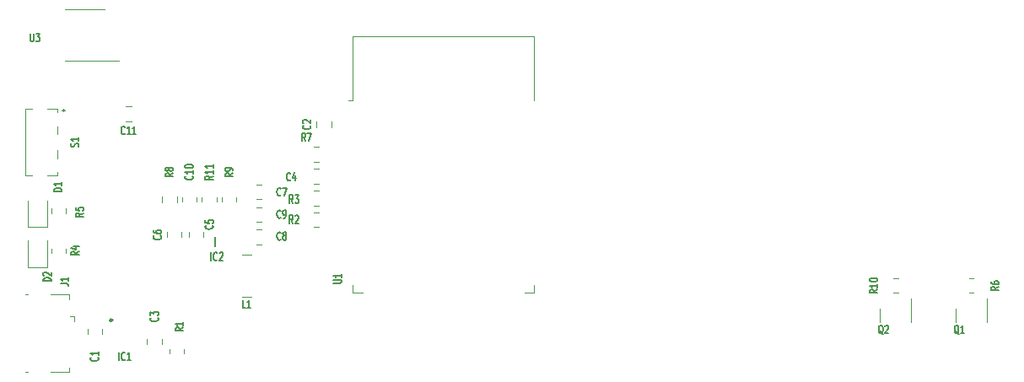
<source format=gbr>
%TF.GenerationSoftware,KiCad,Pcbnew,7.0.2*%
%TF.CreationDate,2023-05-29T21:50:56+03:00*%
%TF.ProjectId,greenhouse-doc,67726565-6e68-46f7-9573-652d646f632e,rev?*%
%TF.SameCoordinates,Original*%
%TF.FileFunction,Legend,Top*%
%TF.FilePolarity,Positive*%
%FSLAX46Y46*%
G04 Gerber Fmt 4.6, Leading zero omitted, Abs format (unit mm)*
G04 Created by KiCad (PCBNEW 7.0.2) date 2023-05-29 21:50:56*
%MOMM*%
%LPD*%
G01*
G04 APERTURE LIST*
%ADD10C,0.150000*%
%ADD11C,0.120000*%
%ADD12C,0.100000*%
%ADD13C,0.200000*%
%ADD14C,0.250000*%
G04 APERTURE END LIST*
D10*
%TO.C,R6*%
X166770095Y-107499999D02*
X166389142Y-107699999D01*
X166770095Y-107842856D02*
X165970095Y-107842856D01*
X165970095Y-107842856D02*
X165970095Y-107614285D01*
X165970095Y-107614285D02*
X166008190Y-107557142D01*
X166008190Y-107557142D02*
X166046285Y-107528571D01*
X166046285Y-107528571D02*
X166122476Y-107499999D01*
X166122476Y-107499999D02*
X166236761Y-107499999D01*
X166236761Y-107499999D02*
X166312952Y-107528571D01*
X166312952Y-107528571D02*
X166351047Y-107557142D01*
X166351047Y-107557142D02*
X166389142Y-107614285D01*
X166389142Y-107614285D02*
X166389142Y-107842856D01*
X165970095Y-106985714D02*
X165970095Y-107099999D01*
X165970095Y-107099999D02*
X166008190Y-107157142D01*
X166008190Y-107157142D02*
X166046285Y-107185714D01*
X166046285Y-107185714D02*
X166160571Y-107242856D01*
X166160571Y-107242856D02*
X166312952Y-107271428D01*
X166312952Y-107271428D02*
X166617714Y-107271428D01*
X166617714Y-107271428D02*
X166693904Y-107242856D01*
X166693904Y-107242856D02*
X166732000Y-107214285D01*
X166732000Y-107214285D02*
X166770095Y-107157142D01*
X166770095Y-107157142D02*
X166770095Y-107042856D01*
X166770095Y-107042856D02*
X166732000Y-106985714D01*
X166732000Y-106985714D02*
X166693904Y-106957142D01*
X166693904Y-106957142D02*
X166617714Y-106928571D01*
X166617714Y-106928571D02*
X166427238Y-106928571D01*
X166427238Y-106928571D02*
X166351047Y-106957142D01*
X166351047Y-106957142D02*
X166312952Y-106985714D01*
X166312952Y-106985714D02*
X166274857Y-107042856D01*
X166274857Y-107042856D02*
X166274857Y-107157142D01*
X166274857Y-107157142D02*
X166312952Y-107214285D01*
X166312952Y-107214285D02*
X166351047Y-107242856D01*
X166351047Y-107242856D02*
X166427238Y-107271428D01*
%TO.C,C3*%
X82293904Y-110599999D02*
X82332000Y-110628571D01*
X82332000Y-110628571D02*
X82370095Y-110714285D01*
X82370095Y-110714285D02*
X82370095Y-110771428D01*
X82370095Y-110771428D02*
X82332000Y-110857142D01*
X82332000Y-110857142D02*
X82255809Y-110914285D01*
X82255809Y-110914285D02*
X82179619Y-110942856D01*
X82179619Y-110942856D02*
X82027238Y-110971428D01*
X82027238Y-110971428D02*
X81912952Y-110971428D01*
X81912952Y-110971428D02*
X81760571Y-110942856D01*
X81760571Y-110942856D02*
X81684380Y-110914285D01*
X81684380Y-110914285D02*
X81608190Y-110857142D01*
X81608190Y-110857142D02*
X81570095Y-110771428D01*
X81570095Y-110771428D02*
X81570095Y-110714285D01*
X81570095Y-110714285D02*
X81608190Y-110628571D01*
X81608190Y-110628571D02*
X81646285Y-110599999D01*
X81570095Y-110399999D02*
X81570095Y-110028571D01*
X81570095Y-110028571D02*
X81874857Y-110228571D01*
X81874857Y-110228571D02*
X81874857Y-110142856D01*
X81874857Y-110142856D02*
X81912952Y-110085714D01*
X81912952Y-110085714D02*
X81951047Y-110057142D01*
X81951047Y-110057142D02*
X82027238Y-110028571D01*
X82027238Y-110028571D02*
X82217714Y-110028571D01*
X82217714Y-110028571D02*
X82293904Y-110057142D01*
X82293904Y-110057142D02*
X82332000Y-110085714D01*
X82332000Y-110085714D02*
X82370095Y-110142856D01*
X82370095Y-110142856D02*
X82370095Y-110314285D01*
X82370095Y-110314285D02*
X82332000Y-110371428D01*
X82332000Y-110371428D02*
X82293904Y-110399999D01*
%TO.C,S1*%
X74352000Y-93457143D02*
X74390095Y-93371429D01*
X74390095Y-93371429D02*
X74390095Y-93228571D01*
X74390095Y-93228571D02*
X74352000Y-93171429D01*
X74352000Y-93171429D02*
X74313904Y-93142857D01*
X74313904Y-93142857D02*
X74237714Y-93114286D01*
X74237714Y-93114286D02*
X74161523Y-93114286D01*
X74161523Y-93114286D02*
X74085333Y-93142857D01*
X74085333Y-93142857D02*
X74047238Y-93171429D01*
X74047238Y-93171429D02*
X74009142Y-93228571D01*
X74009142Y-93228571D02*
X73971047Y-93342857D01*
X73971047Y-93342857D02*
X73932952Y-93400000D01*
X73932952Y-93400000D02*
X73894857Y-93428571D01*
X73894857Y-93428571D02*
X73818666Y-93457143D01*
X73818666Y-93457143D02*
X73742476Y-93457143D01*
X73742476Y-93457143D02*
X73666285Y-93428571D01*
X73666285Y-93428571D02*
X73628190Y-93400000D01*
X73628190Y-93400000D02*
X73590095Y-93342857D01*
X73590095Y-93342857D02*
X73590095Y-93200000D01*
X73590095Y-93200000D02*
X73628190Y-93114286D01*
X74390095Y-92542857D02*
X74390095Y-92885714D01*
X74390095Y-92714285D02*
X73590095Y-92714285D01*
X73590095Y-92714285D02*
X73704380Y-92771428D01*
X73704380Y-92771428D02*
X73780571Y-92828571D01*
X73780571Y-92828571D02*
X73818666Y-92885714D01*
%TO.C,U3*%
X69542857Y-82070095D02*
X69542857Y-82717714D01*
X69542857Y-82717714D02*
X69571428Y-82793904D01*
X69571428Y-82793904D02*
X69600000Y-82832000D01*
X69600000Y-82832000D02*
X69657142Y-82870095D01*
X69657142Y-82870095D02*
X69771428Y-82870095D01*
X69771428Y-82870095D02*
X69828571Y-82832000D01*
X69828571Y-82832000D02*
X69857142Y-82793904D01*
X69857142Y-82793904D02*
X69885714Y-82717714D01*
X69885714Y-82717714D02*
X69885714Y-82070095D01*
X70114285Y-82070095D02*
X70485713Y-82070095D01*
X70485713Y-82070095D02*
X70285713Y-82374857D01*
X70285713Y-82374857D02*
X70371428Y-82374857D01*
X70371428Y-82374857D02*
X70428571Y-82412952D01*
X70428571Y-82412952D02*
X70457142Y-82451047D01*
X70457142Y-82451047D02*
X70485713Y-82527238D01*
X70485713Y-82527238D02*
X70485713Y-82717714D01*
X70485713Y-82717714D02*
X70457142Y-82793904D01*
X70457142Y-82793904D02*
X70428571Y-82832000D01*
X70428571Y-82832000D02*
X70371428Y-82870095D01*
X70371428Y-82870095D02*
X70199999Y-82870095D01*
X70199999Y-82870095D02*
X70142856Y-82832000D01*
X70142856Y-82832000D02*
X70114285Y-82793904D01*
%TO.C,R9*%
X89870095Y-96099999D02*
X89489142Y-96299999D01*
X89870095Y-96442856D02*
X89070095Y-96442856D01*
X89070095Y-96442856D02*
X89070095Y-96214285D01*
X89070095Y-96214285D02*
X89108190Y-96157142D01*
X89108190Y-96157142D02*
X89146285Y-96128571D01*
X89146285Y-96128571D02*
X89222476Y-96099999D01*
X89222476Y-96099999D02*
X89336761Y-96099999D01*
X89336761Y-96099999D02*
X89412952Y-96128571D01*
X89412952Y-96128571D02*
X89451047Y-96157142D01*
X89451047Y-96157142D02*
X89489142Y-96214285D01*
X89489142Y-96214285D02*
X89489142Y-96442856D01*
X89870095Y-95814285D02*
X89870095Y-95699999D01*
X89870095Y-95699999D02*
X89832000Y-95642856D01*
X89832000Y-95642856D02*
X89793904Y-95614285D01*
X89793904Y-95614285D02*
X89679619Y-95557142D01*
X89679619Y-95557142D02*
X89527238Y-95528571D01*
X89527238Y-95528571D02*
X89222476Y-95528571D01*
X89222476Y-95528571D02*
X89146285Y-95557142D01*
X89146285Y-95557142D02*
X89108190Y-95585714D01*
X89108190Y-95585714D02*
X89070095Y-95642856D01*
X89070095Y-95642856D02*
X89070095Y-95757142D01*
X89070095Y-95757142D02*
X89108190Y-95814285D01*
X89108190Y-95814285D02*
X89146285Y-95842856D01*
X89146285Y-95842856D02*
X89222476Y-95871428D01*
X89222476Y-95871428D02*
X89412952Y-95871428D01*
X89412952Y-95871428D02*
X89489142Y-95842856D01*
X89489142Y-95842856D02*
X89527238Y-95814285D01*
X89527238Y-95814285D02*
X89565333Y-95757142D01*
X89565333Y-95757142D02*
X89565333Y-95642856D01*
X89565333Y-95642856D02*
X89527238Y-95585714D01*
X89527238Y-95585714D02*
X89489142Y-95557142D01*
X89489142Y-95557142D02*
X89412952Y-95528571D01*
%TO.C,L1*%
X91150000Y-109640095D02*
X90864286Y-109640095D01*
X90864286Y-109640095D02*
X90864286Y-108840095D01*
X91664285Y-109640095D02*
X91321428Y-109640095D01*
X91492857Y-109640095D02*
X91492857Y-108840095D01*
X91492857Y-108840095D02*
X91435714Y-108954380D01*
X91435714Y-108954380D02*
X91378571Y-109030571D01*
X91378571Y-109030571D02*
X91321428Y-109068666D01*
%TO.C,R7*%
X97150000Y-92870095D02*
X96950000Y-92489142D01*
X96807143Y-92870095D02*
X96807143Y-92070095D01*
X96807143Y-92070095D02*
X97035714Y-92070095D01*
X97035714Y-92070095D02*
X97092857Y-92108190D01*
X97092857Y-92108190D02*
X97121428Y-92146285D01*
X97121428Y-92146285D02*
X97150000Y-92222476D01*
X97150000Y-92222476D02*
X97150000Y-92336761D01*
X97150000Y-92336761D02*
X97121428Y-92412952D01*
X97121428Y-92412952D02*
X97092857Y-92451047D01*
X97092857Y-92451047D02*
X97035714Y-92489142D01*
X97035714Y-92489142D02*
X96807143Y-92489142D01*
X97350000Y-92070095D02*
X97750000Y-92070095D01*
X97750000Y-92070095D02*
X97492857Y-92870095D01*
%TO.C,R2*%
X95900000Y-101120095D02*
X95700000Y-100739142D01*
X95557143Y-101120095D02*
X95557143Y-100320095D01*
X95557143Y-100320095D02*
X95785714Y-100320095D01*
X95785714Y-100320095D02*
X95842857Y-100358190D01*
X95842857Y-100358190D02*
X95871428Y-100396285D01*
X95871428Y-100396285D02*
X95900000Y-100472476D01*
X95900000Y-100472476D02*
X95900000Y-100586761D01*
X95900000Y-100586761D02*
X95871428Y-100662952D01*
X95871428Y-100662952D02*
X95842857Y-100701047D01*
X95842857Y-100701047D02*
X95785714Y-100739142D01*
X95785714Y-100739142D02*
X95557143Y-100739142D01*
X96128571Y-100396285D02*
X96157143Y-100358190D01*
X96157143Y-100358190D02*
X96214286Y-100320095D01*
X96214286Y-100320095D02*
X96357143Y-100320095D01*
X96357143Y-100320095D02*
X96414286Y-100358190D01*
X96414286Y-100358190D02*
X96442857Y-100396285D01*
X96442857Y-100396285D02*
X96471428Y-100472476D01*
X96471428Y-100472476D02*
X96471428Y-100548666D01*
X96471428Y-100548666D02*
X96442857Y-100662952D01*
X96442857Y-100662952D02*
X96100000Y-101120095D01*
X96100000Y-101120095D02*
X96471428Y-101120095D01*
%TO.C,C4*%
X95650000Y-96793904D02*
X95621428Y-96832000D01*
X95621428Y-96832000D02*
X95535714Y-96870095D01*
X95535714Y-96870095D02*
X95478571Y-96870095D01*
X95478571Y-96870095D02*
X95392857Y-96832000D01*
X95392857Y-96832000D02*
X95335714Y-96755809D01*
X95335714Y-96755809D02*
X95307143Y-96679619D01*
X95307143Y-96679619D02*
X95278571Y-96527238D01*
X95278571Y-96527238D02*
X95278571Y-96412952D01*
X95278571Y-96412952D02*
X95307143Y-96260571D01*
X95307143Y-96260571D02*
X95335714Y-96184380D01*
X95335714Y-96184380D02*
X95392857Y-96108190D01*
X95392857Y-96108190D02*
X95478571Y-96070095D01*
X95478571Y-96070095D02*
X95535714Y-96070095D01*
X95535714Y-96070095D02*
X95621428Y-96108190D01*
X95621428Y-96108190D02*
X95650000Y-96146285D01*
X96164286Y-96336761D02*
X96164286Y-96870095D01*
X96021428Y-96032000D02*
X95878571Y-96603428D01*
X95878571Y-96603428D02*
X96250000Y-96603428D01*
%TO.C,R8*%
X83870095Y-96099999D02*
X83489142Y-96299999D01*
X83870095Y-96442856D02*
X83070095Y-96442856D01*
X83070095Y-96442856D02*
X83070095Y-96214285D01*
X83070095Y-96214285D02*
X83108190Y-96157142D01*
X83108190Y-96157142D02*
X83146285Y-96128571D01*
X83146285Y-96128571D02*
X83222476Y-96099999D01*
X83222476Y-96099999D02*
X83336761Y-96099999D01*
X83336761Y-96099999D02*
X83412952Y-96128571D01*
X83412952Y-96128571D02*
X83451047Y-96157142D01*
X83451047Y-96157142D02*
X83489142Y-96214285D01*
X83489142Y-96214285D02*
X83489142Y-96442856D01*
X83412952Y-95757142D02*
X83374857Y-95814285D01*
X83374857Y-95814285D02*
X83336761Y-95842856D01*
X83336761Y-95842856D02*
X83260571Y-95871428D01*
X83260571Y-95871428D02*
X83222476Y-95871428D01*
X83222476Y-95871428D02*
X83146285Y-95842856D01*
X83146285Y-95842856D02*
X83108190Y-95814285D01*
X83108190Y-95814285D02*
X83070095Y-95757142D01*
X83070095Y-95757142D02*
X83070095Y-95642856D01*
X83070095Y-95642856D02*
X83108190Y-95585714D01*
X83108190Y-95585714D02*
X83146285Y-95557142D01*
X83146285Y-95557142D02*
X83222476Y-95528571D01*
X83222476Y-95528571D02*
X83260571Y-95528571D01*
X83260571Y-95528571D02*
X83336761Y-95557142D01*
X83336761Y-95557142D02*
X83374857Y-95585714D01*
X83374857Y-95585714D02*
X83412952Y-95642856D01*
X83412952Y-95642856D02*
X83412952Y-95757142D01*
X83412952Y-95757142D02*
X83451047Y-95814285D01*
X83451047Y-95814285D02*
X83489142Y-95842856D01*
X83489142Y-95842856D02*
X83565333Y-95871428D01*
X83565333Y-95871428D02*
X83717714Y-95871428D01*
X83717714Y-95871428D02*
X83793904Y-95842856D01*
X83793904Y-95842856D02*
X83832000Y-95814285D01*
X83832000Y-95814285D02*
X83870095Y-95757142D01*
X83870095Y-95757142D02*
X83870095Y-95642856D01*
X83870095Y-95642856D02*
X83832000Y-95585714D01*
X83832000Y-95585714D02*
X83793904Y-95557142D01*
X83793904Y-95557142D02*
X83717714Y-95528571D01*
X83717714Y-95528571D02*
X83565333Y-95528571D01*
X83565333Y-95528571D02*
X83489142Y-95557142D01*
X83489142Y-95557142D02*
X83451047Y-95585714D01*
X83451047Y-95585714D02*
X83412952Y-95642856D01*
%TO.C,C5*%
X87793904Y-101349999D02*
X87832000Y-101378571D01*
X87832000Y-101378571D02*
X87870095Y-101464285D01*
X87870095Y-101464285D02*
X87870095Y-101521428D01*
X87870095Y-101521428D02*
X87832000Y-101607142D01*
X87832000Y-101607142D02*
X87755809Y-101664285D01*
X87755809Y-101664285D02*
X87679619Y-101692856D01*
X87679619Y-101692856D02*
X87527238Y-101721428D01*
X87527238Y-101721428D02*
X87412952Y-101721428D01*
X87412952Y-101721428D02*
X87260571Y-101692856D01*
X87260571Y-101692856D02*
X87184380Y-101664285D01*
X87184380Y-101664285D02*
X87108190Y-101607142D01*
X87108190Y-101607142D02*
X87070095Y-101521428D01*
X87070095Y-101521428D02*
X87070095Y-101464285D01*
X87070095Y-101464285D02*
X87108190Y-101378571D01*
X87108190Y-101378571D02*
X87146285Y-101349999D01*
X87070095Y-100807142D02*
X87070095Y-101092856D01*
X87070095Y-101092856D02*
X87451047Y-101121428D01*
X87451047Y-101121428D02*
X87412952Y-101092856D01*
X87412952Y-101092856D02*
X87374857Y-101035714D01*
X87374857Y-101035714D02*
X87374857Y-100892856D01*
X87374857Y-100892856D02*
X87412952Y-100835714D01*
X87412952Y-100835714D02*
X87451047Y-100807142D01*
X87451047Y-100807142D02*
X87527238Y-100778571D01*
X87527238Y-100778571D02*
X87717714Y-100778571D01*
X87717714Y-100778571D02*
X87793904Y-100807142D01*
X87793904Y-100807142D02*
X87832000Y-100835714D01*
X87832000Y-100835714D02*
X87870095Y-100892856D01*
X87870095Y-100892856D02*
X87870095Y-101035714D01*
X87870095Y-101035714D02*
X87832000Y-101092856D01*
X87832000Y-101092856D02*
X87793904Y-101121428D01*
%TO.C,IC2*%
X87664286Y-104870095D02*
X87664286Y-104070095D01*
X88292857Y-104793904D02*
X88264285Y-104832000D01*
X88264285Y-104832000D02*
X88178571Y-104870095D01*
X88178571Y-104870095D02*
X88121428Y-104870095D01*
X88121428Y-104870095D02*
X88035714Y-104832000D01*
X88035714Y-104832000D02*
X87978571Y-104755809D01*
X87978571Y-104755809D02*
X87950000Y-104679619D01*
X87950000Y-104679619D02*
X87921428Y-104527238D01*
X87921428Y-104527238D02*
X87921428Y-104412952D01*
X87921428Y-104412952D02*
X87950000Y-104260571D01*
X87950000Y-104260571D02*
X87978571Y-104184380D01*
X87978571Y-104184380D02*
X88035714Y-104108190D01*
X88035714Y-104108190D02*
X88121428Y-104070095D01*
X88121428Y-104070095D02*
X88178571Y-104070095D01*
X88178571Y-104070095D02*
X88264285Y-104108190D01*
X88264285Y-104108190D02*
X88292857Y-104146285D01*
X88521428Y-104146285D02*
X88550000Y-104108190D01*
X88550000Y-104108190D02*
X88607143Y-104070095D01*
X88607143Y-104070095D02*
X88750000Y-104070095D01*
X88750000Y-104070095D02*
X88807143Y-104108190D01*
X88807143Y-104108190D02*
X88835714Y-104146285D01*
X88835714Y-104146285D02*
X88864285Y-104222476D01*
X88864285Y-104222476D02*
X88864285Y-104298666D01*
X88864285Y-104298666D02*
X88835714Y-104412952D01*
X88835714Y-104412952D02*
X88492857Y-104870095D01*
X88492857Y-104870095D02*
X88864285Y-104870095D01*
%TO.C,Q1*%
X162742857Y-112246285D02*
X162685714Y-112208190D01*
X162685714Y-112208190D02*
X162628571Y-112132000D01*
X162628571Y-112132000D02*
X162542857Y-112017714D01*
X162542857Y-112017714D02*
X162485714Y-111979619D01*
X162485714Y-111979619D02*
X162428571Y-111979619D01*
X162457142Y-112170095D02*
X162400000Y-112132000D01*
X162400000Y-112132000D02*
X162342857Y-112055809D01*
X162342857Y-112055809D02*
X162314285Y-111903428D01*
X162314285Y-111903428D02*
X162314285Y-111636761D01*
X162314285Y-111636761D02*
X162342857Y-111484380D01*
X162342857Y-111484380D02*
X162400000Y-111408190D01*
X162400000Y-111408190D02*
X162457142Y-111370095D01*
X162457142Y-111370095D02*
X162571428Y-111370095D01*
X162571428Y-111370095D02*
X162628571Y-111408190D01*
X162628571Y-111408190D02*
X162685714Y-111484380D01*
X162685714Y-111484380D02*
X162714285Y-111636761D01*
X162714285Y-111636761D02*
X162714285Y-111903428D01*
X162714285Y-111903428D02*
X162685714Y-112055809D01*
X162685714Y-112055809D02*
X162628571Y-112132000D01*
X162628571Y-112132000D02*
X162571428Y-112170095D01*
X162571428Y-112170095D02*
X162457142Y-112170095D01*
X163285713Y-112170095D02*
X162942856Y-112170095D01*
X163114285Y-112170095D02*
X163114285Y-111370095D01*
X163114285Y-111370095D02*
X163057142Y-111484380D01*
X163057142Y-111484380D02*
X162999999Y-111560571D01*
X162999999Y-111560571D02*
X162942856Y-111598666D01*
%TO.C,J1*%
X72570095Y-107200000D02*
X73141523Y-107200000D01*
X73141523Y-107200000D02*
X73255809Y-107228571D01*
X73255809Y-107228571D02*
X73332000Y-107285714D01*
X73332000Y-107285714D02*
X73370095Y-107371428D01*
X73370095Y-107371428D02*
X73370095Y-107428571D01*
X73370095Y-106600000D02*
X73370095Y-106942857D01*
X73370095Y-106771428D02*
X72570095Y-106771428D01*
X72570095Y-106771428D02*
X72684380Y-106828571D01*
X72684380Y-106828571D02*
X72760571Y-106885714D01*
X72760571Y-106885714D02*
X72798666Y-106942857D01*
%TO.C,Q2*%
X155142857Y-112246285D02*
X155085714Y-112208190D01*
X155085714Y-112208190D02*
X155028571Y-112132000D01*
X155028571Y-112132000D02*
X154942857Y-112017714D01*
X154942857Y-112017714D02*
X154885714Y-111979619D01*
X154885714Y-111979619D02*
X154828571Y-111979619D01*
X154857142Y-112170095D02*
X154800000Y-112132000D01*
X154800000Y-112132000D02*
X154742857Y-112055809D01*
X154742857Y-112055809D02*
X154714285Y-111903428D01*
X154714285Y-111903428D02*
X154714285Y-111636761D01*
X154714285Y-111636761D02*
X154742857Y-111484380D01*
X154742857Y-111484380D02*
X154800000Y-111408190D01*
X154800000Y-111408190D02*
X154857142Y-111370095D01*
X154857142Y-111370095D02*
X154971428Y-111370095D01*
X154971428Y-111370095D02*
X155028571Y-111408190D01*
X155028571Y-111408190D02*
X155085714Y-111484380D01*
X155085714Y-111484380D02*
X155114285Y-111636761D01*
X155114285Y-111636761D02*
X155114285Y-111903428D01*
X155114285Y-111903428D02*
X155085714Y-112055809D01*
X155085714Y-112055809D02*
X155028571Y-112132000D01*
X155028571Y-112132000D02*
X154971428Y-112170095D01*
X154971428Y-112170095D02*
X154857142Y-112170095D01*
X155342856Y-111446285D02*
X155371428Y-111408190D01*
X155371428Y-111408190D02*
X155428571Y-111370095D01*
X155428571Y-111370095D02*
X155571428Y-111370095D01*
X155571428Y-111370095D02*
X155628571Y-111408190D01*
X155628571Y-111408190D02*
X155657142Y-111446285D01*
X155657142Y-111446285D02*
X155685713Y-111522476D01*
X155685713Y-111522476D02*
X155685713Y-111598666D01*
X155685713Y-111598666D02*
X155657142Y-111712952D01*
X155657142Y-111712952D02*
X155314285Y-112170095D01*
X155314285Y-112170095D02*
X155685713Y-112170095D01*
%TO.C,C6*%
X82613904Y-102382499D02*
X82652000Y-102411071D01*
X82652000Y-102411071D02*
X82690095Y-102496785D01*
X82690095Y-102496785D02*
X82690095Y-102553928D01*
X82690095Y-102553928D02*
X82652000Y-102639642D01*
X82652000Y-102639642D02*
X82575809Y-102696785D01*
X82575809Y-102696785D02*
X82499619Y-102725356D01*
X82499619Y-102725356D02*
X82347238Y-102753928D01*
X82347238Y-102753928D02*
X82232952Y-102753928D01*
X82232952Y-102753928D02*
X82080571Y-102725356D01*
X82080571Y-102725356D02*
X82004380Y-102696785D01*
X82004380Y-102696785D02*
X81928190Y-102639642D01*
X81928190Y-102639642D02*
X81890095Y-102553928D01*
X81890095Y-102553928D02*
X81890095Y-102496785D01*
X81890095Y-102496785D02*
X81928190Y-102411071D01*
X81928190Y-102411071D02*
X81966285Y-102382499D01*
X81890095Y-101868214D02*
X81890095Y-101982499D01*
X81890095Y-101982499D02*
X81928190Y-102039642D01*
X81928190Y-102039642D02*
X81966285Y-102068214D01*
X81966285Y-102068214D02*
X82080571Y-102125356D01*
X82080571Y-102125356D02*
X82232952Y-102153928D01*
X82232952Y-102153928D02*
X82537714Y-102153928D01*
X82537714Y-102153928D02*
X82613904Y-102125356D01*
X82613904Y-102125356D02*
X82652000Y-102096785D01*
X82652000Y-102096785D02*
X82690095Y-102039642D01*
X82690095Y-102039642D02*
X82690095Y-101925356D01*
X82690095Y-101925356D02*
X82652000Y-101868214D01*
X82652000Y-101868214D02*
X82613904Y-101839642D01*
X82613904Y-101839642D02*
X82537714Y-101811071D01*
X82537714Y-101811071D02*
X82347238Y-101811071D01*
X82347238Y-101811071D02*
X82271047Y-101839642D01*
X82271047Y-101839642D02*
X82232952Y-101868214D01*
X82232952Y-101868214D02*
X82194857Y-101925356D01*
X82194857Y-101925356D02*
X82194857Y-102039642D01*
X82194857Y-102039642D02*
X82232952Y-102096785D01*
X82232952Y-102096785D02*
X82271047Y-102125356D01*
X82271047Y-102125356D02*
X82347238Y-102153928D01*
%TO.C,U1*%
X99960095Y-107137142D02*
X100607714Y-107137142D01*
X100607714Y-107137142D02*
X100683904Y-107108571D01*
X100683904Y-107108571D02*
X100722000Y-107080000D01*
X100722000Y-107080000D02*
X100760095Y-107022857D01*
X100760095Y-107022857D02*
X100760095Y-106908571D01*
X100760095Y-106908571D02*
X100722000Y-106851428D01*
X100722000Y-106851428D02*
X100683904Y-106822857D01*
X100683904Y-106822857D02*
X100607714Y-106794285D01*
X100607714Y-106794285D02*
X99960095Y-106794285D01*
X100760095Y-106194286D02*
X100760095Y-106537143D01*
X100760095Y-106365714D02*
X99960095Y-106365714D01*
X99960095Y-106365714D02*
X100074380Y-106422857D01*
X100074380Y-106422857D02*
X100150571Y-106480000D01*
X100150571Y-106480000D02*
X100188666Y-106537143D01*
%TO.C,C2*%
X97613904Y-91312499D02*
X97652000Y-91341071D01*
X97652000Y-91341071D02*
X97690095Y-91426785D01*
X97690095Y-91426785D02*
X97690095Y-91483928D01*
X97690095Y-91483928D02*
X97652000Y-91569642D01*
X97652000Y-91569642D02*
X97575809Y-91626785D01*
X97575809Y-91626785D02*
X97499619Y-91655356D01*
X97499619Y-91655356D02*
X97347238Y-91683928D01*
X97347238Y-91683928D02*
X97232952Y-91683928D01*
X97232952Y-91683928D02*
X97080571Y-91655356D01*
X97080571Y-91655356D02*
X97004380Y-91626785D01*
X97004380Y-91626785D02*
X96928190Y-91569642D01*
X96928190Y-91569642D02*
X96890095Y-91483928D01*
X96890095Y-91483928D02*
X96890095Y-91426785D01*
X96890095Y-91426785D02*
X96928190Y-91341071D01*
X96928190Y-91341071D02*
X96966285Y-91312499D01*
X96966285Y-91083928D02*
X96928190Y-91055356D01*
X96928190Y-91055356D02*
X96890095Y-90998214D01*
X96890095Y-90998214D02*
X96890095Y-90855356D01*
X96890095Y-90855356D02*
X96928190Y-90798214D01*
X96928190Y-90798214D02*
X96966285Y-90769642D01*
X96966285Y-90769642D02*
X97042476Y-90741071D01*
X97042476Y-90741071D02*
X97118666Y-90741071D01*
X97118666Y-90741071D02*
X97232952Y-90769642D01*
X97232952Y-90769642D02*
X97690095Y-91112499D01*
X97690095Y-91112499D02*
X97690095Y-90741071D01*
%TO.C,R10*%
X154570095Y-107785714D02*
X154189142Y-107985714D01*
X154570095Y-108128571D02*
X153770095Y-108128571D01*
X153770095Y-108128571D02*
X153770095Y-107900000D01*
X153770095Y-107900000D02*
X153808190Y-107842857D01*
X153808190Y-107842857D02*
X153846285Y-107814286D01*
X153846285Y-107814286D02*
X153922476Y-107785714D01*
X153922476Y-107785714D02*
X154036761Y-107785714D01*
X154036761Y-107785714D02*
X154112952Y-107814286D01*
X154112952Y-107814286D02*
X154151047Y-107842857D01*
X154151047Y-107842857D02*
X154189142Y-107900000D01*
X154189142Y-107900000D02*
X154189142Y-108128571D01*
X154570095Y-107214286D02*
X154570095Y-107557143D01*
X154570095Y-107385714D02*
X153770095Y-107385714D01*
X153770095Y-107385714D02*
X153884380Y-107442857D01*
X153884380Y-107442857D02*
X153960571Y-107500000D01*
X153960571Y-107500000D02*
X153998666Y-107557143D01*
X153770095Y-106842857D02*
X153770095Y-106785714D01*
X153770095Y-106785714D02*
X153808190Y-106728571D01*
X153808190Y-106728571D02*
X153846285Y-106700000D01*
X153846285Y-106700000D02*
X153922476Y-106671428D01*
X153922476Y-106671428D02*
X154074857Y-106642857D01*
X154074857Y-106642857D02*
X154265333Y-106642857D01*
X154265333Y-106642857D02*
X154417714Y-106671428D01*
X154417714Y-106671428D02*
X154493904Y-106700000D01*
X154493904Y-106700000D02*
X154532000Y-106728571D01*
X154532000Y-106728571D02*
X154570095Y-106785714D01*
X154570095Y-106785714D02*
X154570095Y-106842857D01*
X154570095Y-106842857D02*
X154532000Y-106900000D01*
X154532000Y-106900000D02*
X154493904Y-106928571D01*
X154493904Y-106928571D02*
X154417714Y-106957142D01*
X154417714Y-106957142D02*
X154265333Y-106985714D01*
X154265333Y-106985714D02*
X154074857Y-106985714D01*
X154074857Y-106985714D02*
X153922476Y-106957142D01*
X153922476Y-106957142D02*
X153846285Y-106928571D01*
X153846285Y-106928571D02*
X153808190Y-106900000D01*
X153808190Y-106900000D02*
X153770095Y-106842857D01*
%TO.C,C10*%
X85793904Y-96385714D02*
X85832000Y-96414286D01*
X85832000Y-96414286D02*
X85870095Y-96500000D01*
X85870095Y-96500000D02*
X85870095Y-96557143D01*
X85870095Y-96557143D02*
X85832000Y-96642857D01*
X85832000Y-96642857D02*
X85755809Y-96700000D01*
X85755809Y-96700000D02*
X85679619Y-96728571D01*
X85679619Y-96728571D02*
X85527238Y-96757143D01*
X85527238Y-96757143D02*
X85412952Y-96757143D01*
X85412952Y-96757143D02*
X85260571Y-96728571D01*
X85260571Y-96728571D02*
X85184380Y-96700000D01*
X85184380Y-96700000D02*
X85108190Y-96642857D01*
X85108190Y-96642857D02*
X85070095Y-96557143D01*
X85070095Y-96557143D02*
X85070095Y-96500000D01*
X85070095Y-96500000D02*
X85108190Y-96414286D01*
X85108190Y-96414286D02*
X85146285Y-96385714D01*
X85870095Y-95814286D02*
X85870095Y-96157143D01*
X85870095Y-95985714D02*
X85070095Y-95985714D01*
X85070095Y-95985714D02*
X85184380Y-96042857D01*
X85184380Y-96042857D02*
X85260571Y-96100000D01*
X85260571Y-96100000D02*
X85298666Y-96157143D01*
X85070095Y-95442857D02*
X85070095Y-95385714D01*
X85070095Y-95385714D02*
X85108190Y-95328571D01*
X85108190Y-95328571D02*
X85146285Y-95300000D01*
X85146285Y-95300000D02*
X85222476Y-95271428D01*
X85222476Y-95271428D02*
X85374857Y-95242857D01*
X85374857Y-95242857D02*
X85565333Y-95242857D01*
X85565333Y-95242857D02*
X85717714Y-95271428D01*
X85717714Y-95271428D02*
X85793904Y-95300000D01*
X85793904Y-95300000D02*
X85832000Y-95328571D01*
X85832000Y-95328571D02*
X85870095Y-95385714D01*
X85870095Y-95385714D02*
X85870095Y-95442857D01*
X85870095Y-95442857D02*
X85832000Y-95500000D01*
X85832000Y-95500000D02*
X85793904Y-95528571D01*
X85793904Y-95528571D02*
X85717714Y-95557142D01*
X85717714Y-95557142D02*
X85565333Y-95585714D01*
X85565333Y-95585714D02*
X85374857Y-95585714D01*
X85374857Y-95585714D02*
X85222476Y-95557142D01*
X85222476Y-95557142D02*
X85146285Y-95528571D01*
X85146285Y-95528571D02*
X85108190Y-95500000D01*
X85108190Y-95500000D02*
X85070095Y-95442857D01*
%TO.C,IC1*%
X78414286Y-114870095D02*
X78414286Y-114070095D01*
X79042857Y-114793904D02*
X79014285Y-114832000D01*
X79014285Y-114832000D02*
X78928571Y-114870095D01*
X78928571Y-114870095D02*
X78871428Y-114870095D01*
X78871428Y-114870095D02*
X78785714Y-114832000D01*
X78785714Y-114832000D02*
X78728571Y-114755809D01*
X78728571Y-114755809D02*
X78700000Y-114679619D01*
X78700000Y-114679619D02*
X78671428Y-114527238D01*
X78671428Y-114527238D02*
X78671428Y-114412952D01*
X78671428Y-114412952D02*
X78700000Y-114260571D01*
X78700000Y-114260571D02*
X78728571Y-114184380D01*
X78728571Y-114184380D02*
X78785714Y-114108190D01*
X78785714Y-114108190D02*
X78871428Y-114070095D01*
X78871428Y-114070095D02*
X78928571Y-114070095D01*
X78928571Y-114070095D02*
X79014285Y-114108190D01*
X79014285Y-114108190D02*
X79042857Y-114146285D01*
X79614285Y-114870095D02*
X79271428Y-114870095D01*
X79442857Y-114870095D02*
X79442857Y-114070095D01*
X79442857Y-114070095D02*
X79385714Y-114184380D01*
X79385714Y-114184380D02*
X79328571Y-114260571D01*
X79328571Y-114260571D02*
X79271428Y-114298666D01*
%TO.C,C1*%
X76293904Y-114599999D02*
X76332000Y-114628571D01*
X76332000Y-114628571D02*
X76370095Y-114714285D01*
X76370095Y-114714285D02*
X76370095Y-114771428D01*
X76370095Y-114771428D02*
X76332000Y-114857142D01*
X76332000Y-114857142D02*
X76255809Y-114914285D01*
X76255809Y-114914285D02*
X76179619Y-114942856D01*
X76179619Y-114942856D02*
X76027238Y-114971428D01*
X76027238Y-114971428D02*
X75912952Y-114971428D01*
X75912952Y-114971428D02*
X75760571Y-114942856D01*
X75760571Y-114942856D02*
X75684380Y-114914285D01*
X75684380Y-114914285D02*
X75608190Y-114857142D01*
X75608190Y-114857142D02*
X75570095Y-114771428D01*
X75570095Y-114771428D02*
X75570095Y-114714285D01*
X75570095Y-114714285D02*
X75608190Y-114628571D01*
X75608190Y-114628571D02*
X75646285Y-114599999D01*
X76370095Y-114028571D02*
X76370095Y-114371428D01*
X76370095Y-114199999D02*
X75570095Y-114199999D01*
X75570095Y-114199999D02*
X75684380Y-114257142D01*
X75684380Y-114257142D02*
X75760571Y-114314285D01*
X75760571Y-114314285D02*
X75798666Y-114371428D01*
%TO.C,C11*%
X79014285Y-92123904D02*
X78985713Y-92162000D01*
X78985713Y-92162000D02*
X78899999Y-92200095D01*
X78899999Y-92200095D02*
X78842856Y-92200095D01*
X78842856Y-92200095D02*
X78757142Y-92162000D01*
X78757142Y-92162000D02*
X78699999Y-92085809D01*
X78699999Y-92085809D02*
X78671428Y-92009619D01*
X78671428Y-92009619D02*
X78642856Y-91857238D01*
X78642856Y-91857238D02*
X78642856Y-91742952D01*
X78642856Y-91742952D02*
X78671428Y-91590571D01*
X78671428Y-91590571D02*
X78699999Y-91514380D01*
X78699999Y-91514380D02*
X78757142Y-91438190D01*
X78757142Y-91438190D02*
X78842856Y-91400095D01*
X78842856Y-91400095D02*
X78899999Y-91400095D01*
X78899999Y-91400095D02*
X78985713Y-91438190D01*
X78985713Y-91438190D02*
X79014285Y-91476285D01*
X79585713Y-92200095D02*
X79242856Y-92200095D01*
X79414285Y-92200095D02*
X79414285Y-91400095D01*
X79414285Y-91400095D02*
X79357142Y-91514380D01*
X79357142Y-91514380D02*
X79299999Y-91590571D01*
X79299999Y-91590571D02*
X79242856Y-91628666D01*
X80157142Y-92200095D02*
X79814285Y-92200095D01*
X79985714Y-92200095D02*
X79985714Y-91400095D01*
X79985714Y-91400095D02*
X79928571Y-91514380D01*
X79928571Y-91514380D02*
X79871428Y-91590571D01*
X79871428Y-91590571D02*
X79814285Y-91628666D01*
%TO.C,D2*%
X71620095Y-106942856D02*
X70820095Y-106942856D01*
X70820095Y-106942856D02*
X70820095Y-106799999D01*
X70820095Y-106799999D02*
X70858190Y-106714285D01*
X70858190Y-106714285D02*
X70934380Y-106657142D01*
X70934380Y-106657142D02*
X71010571Y-106628571D01*
X71010571Y-106628571D02*
X71162952Y-106599999D01*
X71162952Y-106599999D02*
X71277238Y-106599999D01*
X71277238Y-106599999D02*
X71429619Y-106628571D01*
X71429619Y-106628571D02*
X71505809Y-106657142D01*
X71505809Y-106657142D02*
X71582000Y-106714285D01*
X71582000Y-106714285D02*
X71620095Y-106799999D01*
X71620095Y-106799999D02*
X71620095Y-106942856D01*
X70896285Y-106371428D02*
X70858190Y-106342856D01*
X70858190Y-106342856D02*
X70820095Y-106285714D01*
X70820095Y-106285714D02*
X70820095Y-106142856D01*
X70820095Y-106142856D02*
X70858190Y-106085714D01*
X70858190Y-106085714D02*
X70896285Y-106057142D01*
X70896285Y-106057142D02*
X70972476Y-106028571D01*
X70972476Y-106028571D02*
X71048666Y-106028571D01*
X71048666Y-106028571D02*
X71162952Y-106057142D01*
X71162952Y-106057142D02*
X71620095Y-106399999D01*
X71620095Y-106399999D02*
X71620095Y-106028571D01*
%TO.C,R1*%
X84870095Y-111599999D02*
X84489142Y-111799999D01*
X84870095Y-111942856D02*
X84070095Y-111942856D01*
X84070095Y-111942856D02*
X84070095Y-111714285D01*
X84070095Y-111714285D02*
X84108190Y-111657142D01*
X84108190Y-111657142D02*
X84146285Y-111628571D01*
X84146285Y-111628571D02*
X84222476Y-111599999D01*
X84222476Y-111599999D02*
X84336761Y-111599999D01*
X84336761Y-111599999D02*
X84412952Y-111628571D01*
X84412952Y-111628571D02*
X84451047Y-111657142D01*
X84451047Y-111657142D02*
X84489142Y-111714285D01*
X84489142Y-111714285D02*
X84489142Y-111942856D01*
X84870095Y-111028571D02*
X84870095Y-111371428D01*
X84870095Y-111199999D02*
X84070095Y-111199999D01*
X84070095Y-111199999D02*
X84184380Y-111257142D01*
X84184380Y-111257142D02*
X84260571Y-111314285D01*
X84260571Y-111314285D02*
X84298666Y-111371428D01*
%TO.C,C8*%
X94650000Y-102743904D02*
X94621428Y-102782000D01*
X94621428Y-102782000D02*
X94535714Y-102820095D01*
X94535714Y-102820095D02*
X94478571Y-102820095D01*
X94478571Y-102820095D02*
X94392857Y-102782000D01*
X94392857Y-102782000D02*
X94335714Y-102705809D01*
X94335714Y-102705809D02*
X94307143Y-102629619D01*
X94307143Y-102629619D02*
X94278571Y-102477238D01*
X94278571Y-102477238D02*
X94278571Y-102362952D01*
X94278571Y-102362952D02*
X94307143Y-102210571D01*
X94307143Y-102210571D02*
X94335714Y-102134380D01*
X94335714Y-102134380D02*
X94392857Y-102058190D01*
X94392857Y-102058190D02*
X94478571Y-102020095D01*
X94478571Y-102020095D02*
X94535714Y-102020095D01*
X94535714Y-102020095D02*
X94621428Y-102058190D01*
X94621428Y-102058190D02*
X94650000Y-102096285D01*
X94992857Y-102362952D02*
X94935714Y-102324857D01*
X94935714Y-102324857D02*
X94907143Y-102286761D01*
X94907143Y-102286761D02*
X94878571Y-102210571D01*
X94878571Y-102210571D02*
X94878571Y-102172476D01*
X94878571Y-102172476D02*
X94907143Y-102096285D01*
X94907143Y-102096285D02*
X94935714Y-102058190D01*
X94935714Y-102058190D02*
X94992857Y-102020095D01*
X94992857Y-102020095D02*
X95107143Y-102020095D01*
X95107143Y-102020095D02*
X95164286Y-102058190D01*
X95164286Y-102058190D02*
X95192857Y-102096285D01*
X95192857Y-102096285D02*
X95221428Y-102172476D01*
X95221428Y-102172476D02*
X95221428Y-102210571D01*
X95221428Y-102210571D02*
X95192857Y-102286761D01*
X95192857Y-102286761D02*
X95164286Y-102324857D01*
X95164286Y-102324857D02*
X95107143Y-102362952D01*
X95107143Y-102362952D02*
X94992857Y-102362952D01*
X94992857Y-102362952D02*
X94935714Y-102401047D01*
X94935714Y-102401047D02*
X94907143Y-102439142D01*
X94907143Y-102439142D02*
X94878571Y-102515333D01*
X94878571Y-102515333D02*
X94878571Y-102667714D01*
X94878571Y-102667714D02*
X94907143Y-102743904D01*
X94907143Y-102743904D02*
X94935714Y-102782000D01*
X94935714Y-102782000D02*
X94992857Y-102820095D01*
X94992857Y-102820095D02*
X95107143Y-102820095D01*
X95107143Y-102820095D02*
X95164286Y-102782000D01*
X95164286Y-102782000D02*
X95192857Y-102743904D01*
X95192857Y-102743904D02*
X95221428Y-102667714D01*
X95221428Y-102667714D02*
X95221428Y-102515333D01*
X95221428Y-102515333D02*
X95192857Y-102439142D01*
X95192857Y-102439142D02*
X95164286Y-102401047D01*
X95164286Y-102401047D02*
X95107143Y-102362952D01*
%TO.C,D1*%
X72670095Y-97942856D02*
X71870095Y-97942856D01*
X71870095Y-97942856D02*
X71870095Y-97799999D01*
X71870095Y-97799999D02*
X71908190Y-97714285D01*
X71908190Y-97714285D02*
X71984380Y-97657142D01*
X71984380Y-97657142D02*
X72060571Y-97628571D01*
X72060571Y-97628571D02*
X72212952Y-97599999D01*
X72212952Y-97599999D02*
X72327238Y-97599999D01*
X72327238Y-97599999D02*
X72479619Y-97628571D01*
X72479619Y-97628571D02*
X72555809Y-97657142D01*
X72555809Y-97657142D02*
X72632000Y-97714285D01*
X72632000Y-97714285D02*
X72670095Y-97799999D01*
X72670095Y-97799999D02*
X72670095Y-97942856D01*
X72670095Y-97028571D02*
X72670095Y-97371428D01*
X72670095Y-97199999D02*
X71870095Y-97199999D01*
X71870095Y-97199999D02*
X71984380Y-97257142D01*
X71984380Y-97257142D02*
X72060571Y-97314285D01*
X72060571Y-97314285D02*
X72098666Y-97371428D01*
%TO.C,C9*%
X94650000Y-100543904D02*
X94621428Y-100582000D01*
X94621428Y-100582000D02*
X94535714Y-100620095D01*
X94535714Y-100620095D02*
X94478571Y-100620095D01*
X94478571Y-100620095D02*
X94392857Y-100582000D01*
X94392857Y-100582000D02*
X94335714Y-100505809D01*
X94335714Y-100505809D02*
X94307143Y-100429619D01*
X94307143Y-100429619D02*
X94278571Y-100277238D01*
X94278571Y-100277238D02*
X94278571Y-100162952D01*
X94278571Y-100162952D02*
X94307143Y-100010571D01*
X94307143Y-100010571D02*
X94335714Y-99934380D01*
X94335714Y-99934380D02*
X94392857Y-99858190D01*
X94392857Y-99858190D02*
X94478571Y-99820095D01*
X94478571Y-99820095D02*
X94535714Y-99820095D01*
X94535714Y-99820095D02*
X94621428Y-99858190D01*
X94621428Y-99858190D02*
X94650000Y-99896285D01*
X94935714Y-100620095D02*
X95050000Y-100620095D01*
X95050000Y-100620095D02*
X95107143Y-100582000D01*
X95107143Y-100582000D02*
X95135714Y-100543904D01*
X95135714Y-100543904D02*
X95192857Y-100429619D01*
X95192857Y-100429619D02*
X95221428Y-100277238D01*
X95221428Y-100277238D02*
X95221428Y-99972476D01*
X95221428Y-99972476D02*
X95192857Y-99896285D01*
X95192857Y-99896285D02*
X95164286Y-99858190D01*
X95164286Y-99858190D02*
X95107143Y-99820095D01*
X95107143Y-99820095D02*
X94992857Y-99820095D01*
X94992857Y-99820095D02*
X94935714Y-99858190D01*
X94935714Y-99858190D02*
X94907143Y-99896285D01*
X94907143Y-99896285D02*
X94878571Y-99972476D01*
X94878571Y-99972476D02*
X94878571Y-100162952D01*
X94878571Y-100162952D02*
X94907143Y-100239142D01*
X94907143Y-100239142D02*
X94935714Y-100277238D01*
X94935714Y-100277238D02*
X94992857Y-100315333D01*
X94992857Y-100315333D02*
X95107143Y-100315333D01*
X95107143Y-100315333D02*
X95164286Y-100277238D01*
X95164286Y-100277238D02*
X95192857Y-100239142D01*
X95192857Y-100239142D02*
X95221428Y-100162952D01*
%TO.C,R5*%
X74870095Y-100099999D02*
X74489142Y-100299999D01*
X74870095Y-100442856D02*
X74070095Y-100442856D01*
X74070095Y-100442856D02*
X74070095Y-100214285D01*
X74070095Y-100214285D02*
X74108190Y-100157142D01*
X74108190Y-100157142D02*
X74146285Y-100128571D01*
X74146285Y-100128571D02*
X74222476Y-100099999D01*
X74222476Y-100099999D02*
X74336761Y-100099999D01*
X74336761Y-100099999D02*
X74412952Y-100128571D01*
X74412952Y-100128571D02*
X74451047Y-100157142D01*
X74451047Y-100157142D02*
X74489142Y-100214285D01*
X74489142Y-100214285D02*
X74489142Y-100442856D01*
X74070095Y-99557142D02*
X74070095Y-99842856D01*
X74070095Y-99842856D02*
X74451047Y-99871428D01*
X74451047Y-99871428D02*
X74412952Y-99842856D01*
X74412952Y-99842856D02*
X74374857Y-99785714D01*
X74374857Y-99785714D02*
X74374857Y-99642856D01*
X74374857Y-99642856D02*
X74412952Y-99585714D01*
X74412952Y-99585714D02*
X74451047Y-99557142D01*
X74451047Y-99557142D02*
X74527238Y-99528571D01*
X74527238Y-99528571D02*
X74717714Y-99528571D01*
X74717714Y-99528571D02*
X74793904Y-99557142D01*
X74793904Y-99557142D02*
X74832000Y-99585714D01*
X74832000Y-99585714D02*
X74870095Y-99642856D01*
X74870095Y-99642856D02*
X74870095Y-99785714D01*
X74870095Y-99785714D02*
X74832000Y-99842856D01*
X74832000Y-99842856D02*
X74793904Y-99871428D01*
%TO.C,R11*%
X87870095Y-96385714D02*
X87489142Y-96585714D01*
X87870095Y-96728571D02*
X87070095Y-96728571D01*
X87070095Y-96728571D02*
X87070095Y-96500000D01*
X87070095Y-96500000D02*
X87108190Y-96442857D01*
X87108190Y-96442857D02*
X87146285Y-96414286D01*
X87146285Y-96414286D02*
X87222476Y-96385714D01*
X87222476Y-96385714D02*
X87336761Y-96385714D01*
X87336761Y-96385714D02*
X87412952Y-96414286D01*
X87412952Y-96414286D02*
X87451047Y-96442857D01*
X87451047Y-96442857D02*
X87489142Y-96500000D01*
X87489142Y-96500000D02*
X87489142Y-96728571D01*
X87870095Y-95814286D02*
X87870095Y-96157143D01*
X87870095Y-95985714D02*
X87070095Y-95985714D01*
X87070095Y-95985714D02*
X87184380Y-96042857D01*
X87184380Y-96042857D02*
X87260571Y-96100000D01*
X87260571Y-96100000D02*
X87298666Y-96157143D01*
X87870095Y-95242857D02*
X87870095Y-95585714D01*
X87870095Y-95414285D02*
X87070095Y-95414285D01*
X87070095Y-95414285D02*
X87184380Y-95471428D01*
X87184380Y-95471428D02*
X87260571Y-95528571D01*
X87260571Y-95528571D02*
X87298666Y-95585714D01*
%TO.C,R4*%
X74420095Y-103987499D02*
X74039142Y-104187499D01*
X74420095Y-104330356D02*
X73620095Y-104330356D01*
X73620095Y-104330356D02*
X73620095Y-104101785D01*
X73620095Y-104101785D02*
X73658190Y-104044642D01*
X73658190Y-104044642D02*
X73696285Y-104016071D01*
X73696285Y-104016071D02*
X73772476Y-103987499D01*
X73772476Y-103987499D02*
X73886761Y-103987499D01*
X73886761Y-103987499D02*
X73962952Y-104016071D01*
X73962952Y-104016071D02*
X74001047Y-104044642D01*
X74001047Y-104044642D02*
X74039142Y-104101785D01*
X74039142Y-104101785D02*
X74039142Y-104330356D01*
X73886761Y-103473214D02*
X74420095Y-103473214D01*
X73582000Y-103616071D02*
X74153428Y-103758928D01*
X74153428Y-103758928D02*
X74153428Y-103387499D01*
%TO.C,C7*%
X94650000Y-98293904D02*
X94621428Y-98332000D01*
X94621428Y-98332000D02*
X94535714Y-98370095D01*
X94535714Y-98370095D02*
X94478571Y-98370095D01*
X94478571Y-98370095D02*
X94392857Y-98332000D01*
X94392857Y-98332000D02*
X94335714Y-98255809D01*
X94335714Y-98255809D02*
X94307143Y-98179619D01*
X94307143Y-98179619D02*
X94278571Y-98027238D01*
X94278571Y-98027238D02*
X94278571Y-97912952D01*
X94278571Y-97912952D02*
X94307143Y-97760571D01*
X94307143Y-97760571D02*
X94335714Y-97684380D01*
X94335714Y-97684380D02*
X94392857Y-97608190D01*
X94392857Y-97608190D02*
X94478571Y-97570095D01*
X94478571Y-97570095D02*
X94535714Y-97570095D01*
X94535714Y-97570095D02*
X94621428Y-97608190D01*
X94621428Y-97608190D02*
X94650000Y-97646285D01*
X94850000Y-97570095D02*
X95250000Y-97570095D01*
X95250000Y-97570095D02*
X94992857Y-98370095D01*
%TO.C,R3*%
X95900000Y-99120095D02*
X95700000Y-98739142D01*
X95557143Y-99120095D02*
X95557143Y-98320095D01*
X95557143Y-98320095D02*
X95785714Y-98320095D01*
X95785714Y-98320095D02*
X95842857Y-98358190D01*
X95842857Y-98358190D02*
X95871428Y-98396285D01*
X95871428Y-98396285D02*
X95900000Y-98472476D01*
X95900000Y-98472476D02*
X95900000Y-98586761D01*
X95900000Y-98586761D02*
X95871428Y-98662952D01*
X95871428Y-98662952D02*
X95842857Y-98701047D01*
X95842857Y-98701047D02*
X95785714Y-98739142D01*
X95785714Y-98739142D02*
X95557143Y-98739142D01*
X96100000Y-98320095D02*
X96471428Y-98320095D01*
X96471428Y-98320095D02*
X96271428Y-98624857D01*
X96271428Y-98624857D02*
X96357143Y-98624857D01*
X96357143Y-98624857D02*
X96414286Y-98662952D01*
X96414286Y-98662952D02*
X96442857Y-98701047D01*
X96442857Y-98701047D02*
X96471428Y-98777238D01*
X96471428Y-98777238D02*
X96471428Y-98967714D01*
X96471428Y-98967714D02*
X96442857Y-99043904D01*
X96442857Y-99043904D02*
X96414286Y-99082000D01*
X96414286Y-99082000D02*
X96357143Y-99120095D01*
X96357143Y-99120095D02*
X96185714Y-99120095D01*
X96185714Y-99120095D02*
X96128571Y-99082000D01*
X96128571Y-99082000D02*
X96100000Y-99043904D01*
D11*
%TO.C,R6*%
X163772936Y-106665000D02*
X164227064Y-106665000D01*
X163772936Y-108135000D02*
X164227064Y-108135000D01*
%TO.C,C3*%
X82735000Y-112738748D02*
X82735000Y-113261252D01*
X81265000Y-112738748D02*
X81265000Y-113261252D01*
D12*
%TO.C,S1*%
X72270000Y-89650000D02*
X72270000Y-90000000D01*
X71270000Y-89650000D02*
X72270000Y-89650000D01*
X69070000Y-89650000D02*
X69670000Y-89650000D01*
D13*
X72970000Y-89800000D02*
X72970000Y-89800000D01*
X72770000Y-89800000D02*
X72770000Y-89800000D01*
D12*
X72270000Y-91400000D02*
X72270000Y-92200000D01*
X72270000Y-93800000D02*
X72270000Y-94600000D01*
X72270000Y-96000000D02*
X72270000Y-96350000D01*
X72270000Y-96350000D02*
X71270000Y-96350000D01*
X69670000Y-96350000D02*
X69070000Y-96350000D01*
X69070000Y-96350000D02*
X69070000Y-89650000D01*
D13*
X72770000Y-89800000D02*
G75*
G03*
X72970000Y-89800000I100000J0D01*
G01*
X72970000Y-89800000D02*
G75*
G03*
X72770000Y-89800000I-100000J0D01*
G01*
D11*
%TO.C,U3*%
X75000000Y-84810000D02*
X78450000Y-84810000D01*
X75000000Y-84810000D02*
X73050000Y-84810000D01*
X75000000Y-79690000D02*
X76950000Y-79690000D01*
X75000000Y-79690000D02*
X73050000Y-79690000D01*
%TO.C,R9*%
X88235000Y-98522936D02*
X88235000Y-98977064D01*
X86765000Y-98522936D02*
X86765000Y-98977064D01*
%TO.C,L1*%
X91745000Y-108520000D02*
X90755000Y-108520000D01*
X91745000Y-104320000D02*
X90755000Y-104320000D01*
%TO.C,R7*%
X98477064Y-94947500D02*
X98022936Y-94947500D01*
X98477064Y-93477500D02*
X98022936Y-93477500D01*
%TO.C,R2*%
X98477064Y-101485000D02*
X98022936Y-101485000D01*
X98477064Y-100015000D02*
X98022936Y-100015000D01*
%TO.C,C4*%
X98511252Y-97147500D02*
X97988748Y-97147500D01*
X98511252Y-95677500D02*
X97988748Y-95677500D01*
%TO.C,R8*%
X84765000Y-98977064D02*
X84765000Y-98522936D01*
X86235000Y-98977064D02*
X86235000Y-98522936D01*
%TO.C,C5*%
X85465000Y-102543752D02*
X85465000Y-102021248D01*
X86935000Y-102543752D02*
X86935000Y-102021248D01*
D13*
%TO.C,IC2*%
X88100000Y-103475000D02*
X88100000Y-102525000D01*
D11*
%TO.C,Q1*%
X165560000Y-110400000D02*
X165560000Y-108725000D01*
X165560000Y-110400000D02*
X165560000Y-111050000D01*
X162440000Y-110400000D02*
X162440000Y-109750000D01*
X162440000Y-110400000D02*
X162440000Y-111050000D01*
%TO.C,J1*%
X73400000Y-108300000D02*
X73400000Y-108750000D01*
X71550000Y-108300000D02*
X73400000Y-108300000D01*
X69000000Y-108300000D02*
X69250000Y-108300000D01*
X73950000Y-110500000D02*
X73500000Y-110500000D01*
X73950000Y-110500000D02*
X73950000Y-110950000D01*
X73400000Y-116100000D02*
X73400000Y-115650000D01*
X71550000Y-116100000D02*
X73400000Y-116100000D01*
X69000000Y-116100000D02*
X69250000Y-116100000D01*
%TO.C,Q2*%
X157960000Y-110400000D02*
X157960000Y-108725000D01*
X157960000Y-110400000D02*
X157960000Y-111050000D01*
X154840000Y-110400000D02*
X154840000Y-109750000D01*
X154840000Y-110400000D02*
X154840000Y-111050000D01*
%TO.C,C6*%
X83265000Y-102543752D02*
X83265000Y-102021248D01*
X84735000Y-102543752D02*
X84735000Y-102021248D01*
%TO.C,U1*%
X101880000Y-82385000D02*
X101880000Y-88805000D01*
X101880000Y-82385000D02*
X120120000Y-82385000D01*
X101880000Y-88805000D02*
X101500000Y-88805000D01*
X101880000Y-107350000D02*
X101880000Y-108130000D01*
X101880000Y-108130000D02*
X102880000Y-108130000D01*
X120120000Y-82385000D02*
X120120000Y-88805000D01*
X120120000Y-107350000D02*
X120120000Y-108130000D01*
X120120000Y-108130000D02*
X119120000Y-108130000D01*
%TO.C,C2*%
X98265000Y-91473752D02*
X98265000Y-90951248D01*
X99735000Y-91473752D02*
X99735000Y-90951248D01*
%TO.C,R10*%
X156172936Y-106665000D02*
X156627064Y-106665000D01*
X156172936Y-108135000D02*
X156627064Y-108135000D01*
%TO.C,C10*%
X84235000Y-98488748D02*
X84235000Y-99011252D01*
X82765000Y-98488748D02*
X82765000Y-99011252D01*
D14*
%TO.C,IC1*%
X77775000Y-110850000D02*
G75*
G03*
X77775000Y-110850000I-125000J0D01*
G01*
D11*
%TO.C,C1*%
X76735000Y-111738748D02*
X76735000Y-112261252D01*
X75265000Y-111738748D02*
X75265000Y-112261252D01*
%TO.C,C11*%
X79661252Y-90885000D02*
X79138748Y-90885000D01*
X79661252Y-89415000D02*
X79138748Y-89415000D01*
%TO.C,D2*%
X69290000Y-105572500D02*
X71210000Y-105572500D01*
X71210000Y-105572500D02*
X71210000Y-102887500D01*
X69290000Y-102887500D02*
X69290000Y-105572500D01*
%TO.C,R1*%
X83515000Y-114227064D02*
X83515000Y-113772936D01*
X84985000Y-114227064D02*
X84985000Y-113772936D01*
%TO.C,C8*%
X92761252Y-103235000D02*
X92238748Y-103235000D01*
X92761252Y-101765000D02*
X92238748Y-101765000D01*
%TO.C,D1*%
X69290000Y-101535000D02*
X71210000Y-101535000D01*
X71210000Y-101535000D02*
X71210000Y-98850000D01*
X69290000Y-98850000D02*
X69290000Y-101535000D01*
%TO.C,C9*%
X92761252Y-100985000D02*
X92238748Y-100985000D01*
X92761252Y-99515000D02*
X92238748Y-99515000D01*
%TO.C,R5*%
X73135000Y-99660436D02*
X73135000Y-100114564D01*
X71665000Y-99660436D02*
X71665000Y-100114564D01*
%TO.C,R11*%
X88765000Y-98977064D02*
X88765000Y-98522936D01*
X90235000Y-98977064D02*
X90235000Y-98522936D01*
%TO.C,R4*%
X73135000Y-103660436D02*
X73135000Y-104114564D01*
X71665000Y-103660436D02*
X71665000Y-104114564D01*
%TO.C,C7*%
X92761252Y-98735000D02*
X92238748Y-98735000D01*
X92761252Y-97265000D02*
X92238748Y-97265000D01*
%TO.C,R3*%
X98022936Y-97877500D02*
X98477064Y-97877500D01*
X98022936Y-99347500D02*
X98477064Y-99347500D01*
%TD*%
M02*

</source>
